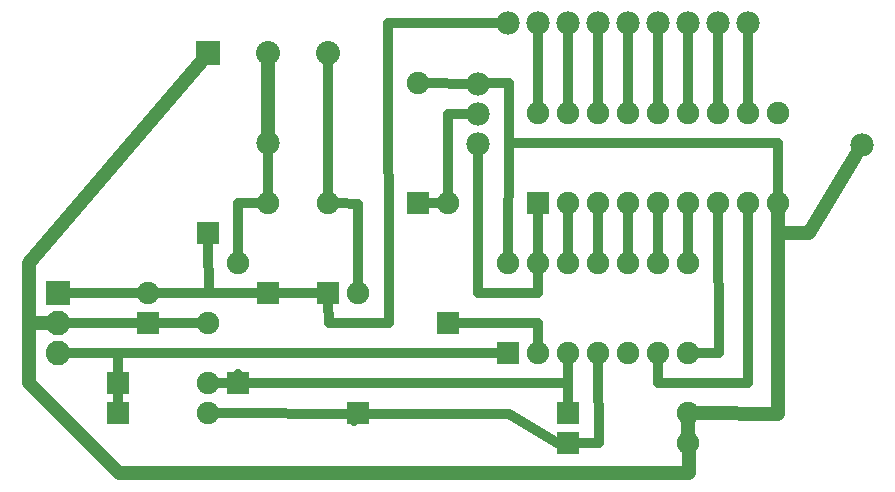
<source format=gbl>
G04 MADE WITH FRITZING*
G04 WWW.FRITZING.ORG*
G04 SINGLE SIDED*
G04 HOLES NOT PLATED*
G04 CONTOUR ON CENTER OF CONTOUR VECTOR*
%ASAXBY*%
%FSLAX23Y23*%
%MOIN*%
%OFA0B0*%
%SFA1.0B1.0*%
%ADD10C,0.078000*%
%ADD11C,0.082000*%
%ADD12C,0.075000*%
%ADD13C,0.080000*%
%ADD14R,0.082000X0.082000*%
%ADD15R,0.075000X0.075000*%
%ADD16R,0.080000X0.080000*%
%ADD17C,0.032000*%
%ADD18C,0.033333*%
%ADD19C,0.048000*%
%LNCOPPER0*%
G90*
G70*
G54D10*
X1750Y1651D03*
X1850Y1651D03*
X1950Y1651D03*
X2050Y1651D03*
X2150Y1651D03*
X2250Y1651D03*
X2350Y1651D03*
X2450Y1651D03*
X2550Y1651D03*
X1648Y1449D03*
X1648Y1349D03*
X1648Y1249D03*
G54D11*
X250Y751D03*
X250Y651D03*
X250Y551D03*
G54D12*
X450Y451D03*
X750Y451D03*
X450Y351D03*
X750Y351D03*
X950Y751D03*
X950Y1051D03*
X1150Y751D03*
X1150Y1051D03*
X1250Y351D03*
X1250Y751D03*
X850Y451D03*
X850Y851D03*
X750Y951D03*
X750Y651D03*
X550Y651D03*
X550Y751D03*
X1950Y251D03*
X2350Y251D03*
X1950Y351D03*
X2350Y351D03*
X1550Y651D03*
X1550Y1051D03*
X1450Y1051D03*
X1450Y1451D03*
G54D10*
X950Y1251D03*
X2929Y1244D03*
G54D13*
X750Y1551D03*
X950Y1551D03*
X1150Y1551D03*
G54D12*
X1750Y551D03*
X1750Y851D03*
X1850Y551D03*
X1850Y851D03*
X1950Y551D03*
X1950Y851D03*
X2050Y551D03*
X2050Y851D03*
X2150Y551D03*
X2150Y851D03*
X2250Y551D03*
X2250Y851D03*
X2350Y551D03*
X2350Y851D03*
X1850Y1051D03*
X1850Y1351D03*
X1950Y1051D03*
X1950Y1351D03*
X2050Y1051D03*
X2050Y1351D03*
X2150Y1051D03*
X2150Y1351D03*
X2250Y1051D03*
X2250Y1351D03*
X2350Y1051D03*
X2350Y1351D03*
X2450Y1051D03*
X2450Y1351D03*
X2550Y1051D03*
X2550Y1351D03*
X2650Y1051D03*
X2650Y1351D03*
G54D14*
X250Y751D03*
G54D15*
X450Y451D03*
X450Y351D03*
X950Y751D03*
X1150Y751D03*
X1250Y351D03*
X850Y451D03*
X750Y951D03*
X550Y651D03*
X1950Y251D03*
X1950Y351D03*
X1550Y651D03*
X1450Y1051D03*
G54D16*
X750Y1551D03*
G54D15*
X1750Y551D03*
X1850Y1051D03*
G54D17*
X1850Y881D02*
X1850Y1020D01*
D02*
X1950Y1020D02*
X1950Y881D01*
D02*
X2050Y881D02*
X2050Y1020D01*
D02*
X2150Y1020D02*
X2150Y881D01*
D02*
X2350Y1020D02*
X2350Y881D01*
D02*
X2250Y1020D02*
X2250Y881D01*
D02*
X2250Y1381D02*
X2250Y1619D01*
D02*
X1950Y1619D02*
X1950Y1381D01*
D02*
X2350Y1381D02*
X2350Y1619D01*
D02*
X1850Y1381D02*
X1850Y1619D01*
D02*
X2150Y1619D02*
X2150Y1381D01*
D02*
X2050Y1381D02*
X2050Y1619D01*
D02*
X2550Y1381D02*
X2550Y1619D01*
D02*
X2450Y1381D02*
X2450Y1619D01*
D02*
X2381Y551D02*
X2451Y551D01*
D02*
X2451Y551D02*
X2450Y1020D01*
D02*
X2550Y452D02*
X2250Y452D01*
D02*
X2250Y452D02*
X2250Y520D01*
D02*
X2550Y1020D02*
X2550Y452D01*
D02*
X1751Y1250D02*
X1750Y881D01*
D02*
X2649Y1250D02*
X1751Y1250D01*
D02*
X2650Y1081D02*
X2649Y1250D01*
D02*
X850Y452D02*
X1949Y452D01*
D02*
X1949Y452D02*
X1950Y520D01*
D02*
X781Y451D02*
X850Y452D01*
D02*
X1751Y349D02*
X1920Y248D01*
D02*
X1920Y248D02*
X2051Y250D01*
D02*
X1250Y349D02*
X1751Y349D01*
D02*
X2051Y250D02*
X2050Y520D01*
D02*
X781Y351D02*
X1250Y349D01*
G54D18*
D02*
X450Y381D02*
X450Y420D01*
G54D17*
D02*
X450Y551D02*
X1720Y551D01*
D02*
X350Y551D02*
X450Y551D01*
D02*
X282Y551D02*
X350Y551D01*
D02*
X1120Y751D02*
X981Y751D01*
D02*
X850Y1052D02*
X920Y1051D01*
D02*
X850Y881D02*
X850Y1052D01*
D02*
X850Y481D02*
X850Y452D01*
D02*
X1237Y323D02*
X1250Y349D01*
D02*
X1250Y1049D02*
X1181Y1050D01*
D02*
X1250Y781D02*
X1250Y1049D01*
D02*
X282Y651D02*
X520Y651D01*
D02*
X720Y651D02*
X581Y651D01*
D02*
X282Y751D02*
X520Y751D01*
D02*
X751Y752D02*
X581Y751D01*
D02*
X750Y920D02*
X751Y752D01*
D02*
X920Y751D02*
X751Y752D01*
D02*
X1950Y381D02*
X1949Y452D01*
D02*
X1920Y248D02*
X1920Y248D01*
G54D19*
D02*
X2649Y950D02*
X2649Y349D01*
D02*
X2649Y349D02*
X2386Y351D01*
D02*
X2650Y1015D02*
X2649Y950D01*
D02*
X2350Y287D02*
X2350Y315D01*
G54D17*
D02*
X1349Y1650D02*
X1719Y1651D01*
D02*
X1352Y650D02*
X1349Y1650D01*
D02*
X1151Y650D02*
X1352Y650D01*
D02*
X1150Y720D02*
X1151Y650D01*
D02*
X1751Y1452D02*
X1751Y1250D01*
D02*
X1680Y1450D02*
X1751Y1452D01*
D02*
X1850Y752D02*
X1649Y752D01*
D02*
X1649Y752D02*
X1648Y1218D01*
D02*
X1850Y820D02*
X1850Y752D01*
D02*
X1850Y650D02*
X1581Y651D01*
D02*
X1850Y581D02*
X1850Y650D01*
D02*
X1550Y1349D02*
X1617Y1349D01*
D02*
X1550Y1081D02*
X1550Y1349D01*
D02*
X1481Y1450D02*
X1617Y1449D01*
D02*
X1481Y1051D02*
X1520Y1051D01*
G54D19*
D02*
X151Y452D02*
X151Y650D01*
D02*
X151Y650D02*
X213Y650D01*
D02*
X2352Y151D02*
X451Y151D01*
D02*
X451Y151D02*
X151Y452D01*
D02*
X2351Y215D02*
X2352Y151D01*
D02*
X2751Y950D02*
X2649Y950D01*
D02*
X2910Y1212D02*
X2751Y950D01*
G54D17*
D02*
X950Y1081D02*
X950Y1219D01*
G54D19*
D02*
X950Y1513D02*
X950Y1287D01*
G54D17*
D02*
X1150Y1081D02*
X1150Y1519D01*
G54D19*
D02*
X151Y851D02*
X151Y650D01*
D02*
X726Y1522D02*
X151Y851D01*
G54D17*
D02*
X450Y551D02*
X450Y481D01*
G04 End of Copper0*
M02*
</source>
